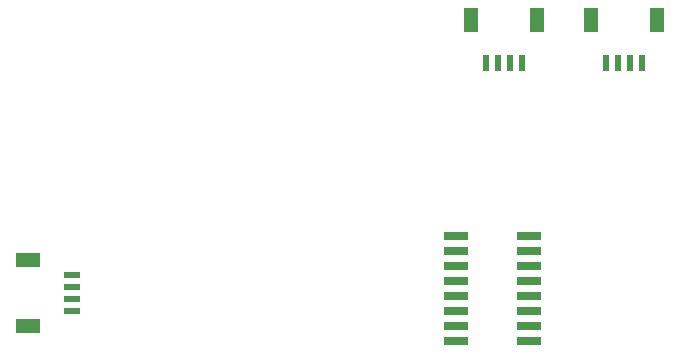
<source format=gtp>
G04 MADE WITH FRITZING*
G04 WWW.FRITZING.ORG*
G04 DOUBLE SIDED*
G04 HOLES PLATED*
G04 CONTOUR ON CENTER OF CONTOUR VECTOR*
%ASAXBY*%
%FSLAX23Y23*%
%MOIN*%
%OFA0B0*%
%SFA1.0B1.0*%
%ADD10R,0.078740X0.047244*%
%ADD11R,0.053150X0.023622*%
%ADD12R,0.047244X0.078740*%
%ADD13R,0.023622X0.053150*%
%ADD14R,0.080000X0.026000*%
%ADD15R,0.001000X0.001000*%
%LNPASTEMASK1*%
G90*
G70*
G54D10*
X61Y1469D03*
X61Y1248D03*
G54D11*
X206Y1418D03*
X206Y1378D03*
X206Y1339D03*
X206Y1300D03*
G54D12*
X2157Y2269D03*
X1937Y2269D03*
G54D13*
X2106Y2125D03*
X2066Y2125D03*
X2027Y2125D03*
X1988Y2125D03*
G54D12*
X1757Y2269D03*
X1537Y2269D03*
G54D13*
X1706Y2125D03*
X1666Y2125D03*
X1627Y2125D03*
X1588Y2125D03*
G54D14*
X1731Y1450D03*
G36*
X1691Y1213D02*
X1771Y1213D01*
X1771Y1187D01*
X1691Y1187D01*
X1691Y1213D01*
G37*
D02*
G36*
X1691Y1263D02*
X1771Y1263D01*
X1771Y1237D01*
X1691Y1237D01*
X1691Y1263D01*
G37*
D02*
G36*
X1691Y1313D02*
X1771Y1313D01*
X1771Y1287D01*
X1691Y1287D01*
X1691Y1313D01*
G37*
D02*
G36*
X1691Y1363D02*
X1771Y1363D01*
X1771Y1337D01*
X1691Y1337D01*
X1691Y1363D01*
G37*
D02*
G36*
X1691Y1413D02*
X1771Y1413D01*
X1771Y1387D01*
X1691Y1387D01*
X1691Y1413D01*
G37*
D02*
G36*
X1691Y1513D02*
X1771Y1513D01*
X1771Y1487D01*
X1691Y1487D01*
X1691Y1513D01*
G37*
D02*
G36*
X1691Y1563D02*
X1771Y1563D01*
X1771Y1537D01*
X1691Y1537D01*
X1691Y1563D01*
G37*
D02*
G36*
X1449Y1563D02*
X1529Y1563D01*
X1529Y1537D01*
X1449Y1537D01*
X1449Y1563D01*
G37*
D02*
G36*
X1449Y1513D02*
X1529Y1513D01*
X1529Y1487D01*
X1449Y1487D01*
X1449Y1513D01*
G37*
D02*
G36*
X1449Y1463D02*
X1529Y1463D01*
X1529Y1437D01*
X1449Y1437D01*
X1449Y1463D01*
G37*
D02*
G36*
X1449Y1413D02*
X1529Y1413D01*
X1529Y1387D01*
X1449Y1387D01*
X1449Y1413D01*
G37*
D02*
G36*
X1449Y1363D02*
X1529Y1363D01*
X1529Y1337D01*
X1449Y1337D01*
X1449Y1363D01*
G37*
D02*
G36*
X1449Y1313D02*
X1529Y1313D01*
X1529Y1287D01*
X1449Y1287D01*
X1449Y1313D01*
G37*
D02*
G36*
X1449Y1263D02*
X1529Y1263D01*
X1529Y1237D01*
X1449Y1237D01*
X1449Y1263D01*
G37*
D02*
G36*
X1449Y1213D02*
X1529Y1213D01*
X1529Y1187D01*
X1449Y1187D01*
X1449Y1213D01*
G37*
D02*
G54D15*
D02*
G04 End of PasteMask1*
M02*
</source>
